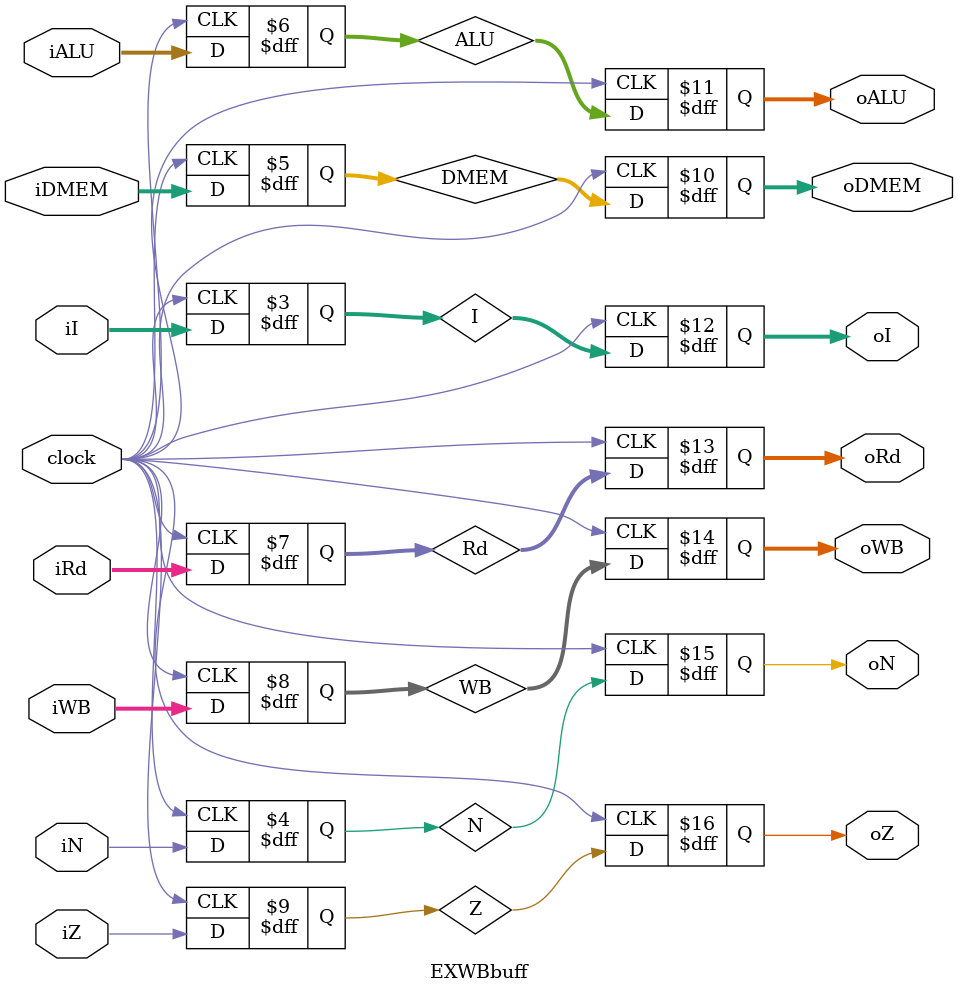
<source format=v>
module EXWBbuff(clock, iDMEM, iALU, iRd, iI, iWB, iN, iZ, 
oDMEM, oALU, oRd, oI, oWB, oN, oZ);
input clock;
input [31:0]iDMEM, iALU, iI;
input [5:0]iRd;
input [6:0]iWB;
input iN, iZ;

reg [31:0]DMEM, ALU, I;
reg [5:0]Rd;
reg [6:0]WB;
reg N, Z;

output reg [31:0]oDMEM, oALU, oI;
output reg [5:0]oRd;
output reg [6:0]oWB;
output reg oN, oZ;

always @(posedge clock) begin
	oDMEM <= DMEM;
	oALU <= ALU;
	oI <= I;
	oRd <= Rd;
	oWB <= WB;
	oN <= N;
	oZ <= Z;

	DMEM <= iDMEM;
	ALU <= iALU;
	I <= iI;
	Rd <= iRd;
	WB <= iWB;
	N <= iN;
	Z <= iZ;
end
initial begin
    oDMEM = 0;
	oALU = 0;
	oI = 0;
	oRd = 0;
	oWB = 0;
	oN = 0;
	oZ = 0;
end
endmodule

</source>
